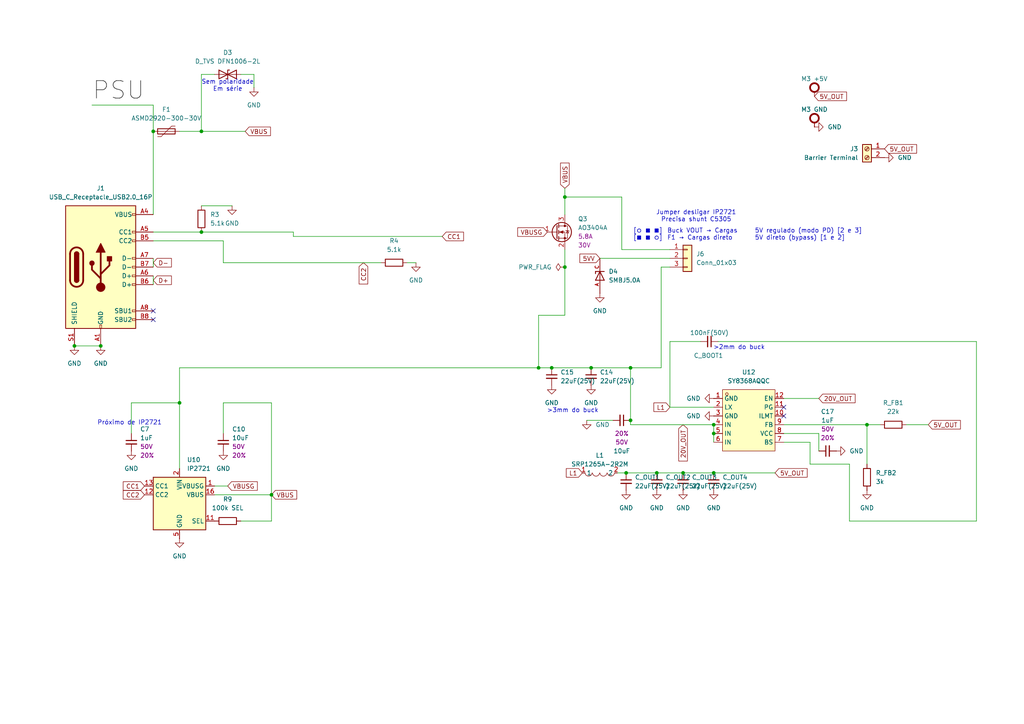
<source format=kicad_sch>
(kicad_sch (version 20250114) (generator "eeschema") (generator_version "9.0")
  (paper "A4")
  (lib_symbols
    (symbol "Connector:USB_C_Receptacle_USB2.0_16P" (pin_names (offset 1.016))
      (property "Reference" "J" (at 0 22.225 0))
      (property "Value" "USB_C_Receptacle_USB2.0_16P" (at 0 19.685 0))
      (symbol "USB_C_Receptacle_USB2.0_16P_0_0"
        (rectangle (start -0.254 -17.78) (end 0.254 -16.764))
        (rectangle (start 10.16 15.494) (end 9.144 14.986))
        (rectangle (start 10.16 10.414) (end 9.144 9.906))
        (rectangle (start 10.16 7.874) (end 9.144 7.366))
        (rectangle (start 10.16 2.794) (end 9.144 2.286))
        (rectangle (start 10.16 0.254) (end 9.144 -0.254))
        (rectangle (start 10.16 -2.286) (end 9.144 -2.794))
        (rectangle (start 10.16 -4.826) (end 9.144 -5.334))
        (rectangle (start 10.16 -12.446) (end 9.144 -12.954))
        (rectangle (start 10.16 -14.986) (end 9.144 -15.494))
      )
      (symbol "USB_C_Receptacle_USB2.0_16P_0_1"
        (rectangle (start -10.16 17.78) (end 10.16 -17.78) (stroke (width 0.254)) (fill (type background)))
        (polyline (pts (xy -8.89 -3.81) (xy -8.89 3.81)) (stroke (width 0.508)))
        (rectangle (start -7.62 -3.81) (end -6.35 3.81) (stroke (width 0.254)) (fill (type outline)))
        (arc (start -7.62 3.81) (mid -6.985 4.4423) (end -6.35 3.81) (stroke (width 0.254)))
        (arc (start -7.62 3.81) (mid -6.985 4.4423) (end -6.35 3.81) (stroke (width 0.254)) (fill (type outline)))
        (arc (start -8.89 3.81) (mid -6.985 5.7067) (end -5.08 3.81) (stroke (width 0.508)))
        (arc (start -5.08 -3.81) (mid -6.985 -5.7067) (end -8.89 -3.81) (stroke (width 0.508)))
        (arc (start -6.35 -3.81) (mid -6.985 -4.4423) (end -7.62 -3.81) (stroke (width 0.254)))
        (arc (start -6.35 -3.81) (mid -6.985 -4.4423) (end -7.62 -3.81) (stroke (width 0.254)) (fill (type outline)))
        (polyline (pts (xy -5.08 3.81) (xy -5.08 -3.81)) (stroke (width 0.508)))
        (circle (center -2.54 1.143) (radius 0.635) (stroke (width 0.254)) (fill (type outline)))
        (polyline (pts (xy -1.27 4.318) (xy 0 6.858) (xy 1.27 4.318) (xy -1.27 4.318)) (stroke (width 0.254)) (fill (type outline)))
        (polyline (pts (xy 0 -2.032) (xy 2.54 0.508) (xy 2.54 1.778)) (stroke (width 0.508)))
        (polyline (pts (xy 0 -3.302) (xy -2.54 -0.762) (xy -2.54 0.508)) (stroke (width 0.508)))
        (polyline (pts (xy 0 -5.842) (xy 0 4.318)) (stroke (width 0.508)))
        (circle (center 0 -5.842) (radius 1.27) (fill (type outline)))
        (rectangle (start 1.905 1.778) (end 3.175 3.048) (stroke (width 0.254)) (fill (type outline)))
      )
      (symbol "USB_C_Receptacle_USB2.0_16P_1_1"
        (pin passive line (at -7.62 -22.86 90) (length 5.08) (name "SHIELD") (number "S1"))
        (pin passive line (at 0 -22.86 90) (length 5.08) (name "GND") (number "A1"))
        (pin passive line (at 0 -22.86 90) (length 5.08) (hide yes) (name "GND") (number "A12"))
        (pin passive line (at 0 -22.86 90) (length 5.08) (hide yes) (name "GND") (number "B1"))
        (pin passive line (at 0 -22.86 90) (length 5.08) (hide yes) (name "GND") (number "B12"))
        (pin passive line (at 15.24 15.24 180) (length 5.08) (name "VBUS") (number "A4"))
        (pin passive line (at 15.24 15.24 180) (length 5.08) (hide yes) (name "VBUS") (number "A9"))
        (pin passive line (at 15.24 15.24 180) (length 5.08) (hide yes) (name "VBUS") (number "B4"))
        (pin passive line (at 15.24 15.24 180) (length 5.08) (hide yes) (name "VBUS") (number "B9"))
        (pin bidirectional line (at 15.24 10.16 180) (length 5.08) (name "CC1") (number "A5"))
        (pin bidirectional line (at 15.24 7.62 180) (length 5.08) (name "CC2") (number "B5"))
        (pin bidirectional line (at 15.24 2.54 180) (length 5.08) (name "D-") (number "A7"))
        (pin bidirectional line (at 15.24 0 180) (length 5.08) (name "D-") (number "B7"))
        (pin bidirectional line (at 15.24 -2.54 180) (length 5.08) (name "D+") (number "A6"))
        (pin bidirectional line (at 15.24 -5.08 180) (length 5.08) (name "D+") (number "B6"))
        (pin bidirectional line (at 15.24 -12.7 180) (length 5.08) (name "SBU1") (number "A8"))
        (pin bidirectional line (at 15.24 -15.24 180) (length 5.08) (name "SBU2") (number "B8"))
      )
    )
    (symbol "Device:C_Small" (pin_numbers (hide yes)) (pin_names (offset 0.254) (hide yes))
      (property "Reference" "C" (at 0.254 1.778 0))
      (property "Value" "C_Small" (at 0.254 -2.032 0))
      (symbol "C_Small_0_1"
        (polyline (pts (xy -1.524 0.508) (xy 1.524 0.508)) (stroke (width 0.3048)))
        (polyline (pts (xy -1.524 -0.508) (xy 1.524 -0.508)) (stroke (width 0.3302)))
      )
      (symbol "C_Small_1_1"
        (pin passive line (at 0 2.54 270) (length 2.032) (name "~") (number "1"))
        (pin passive line (at 0 -2.54 90) (length 2.032) (name "~") (number "2"))
      )
    )
    (symbol "Device:D_TVS" (pin_numbers (hide yes)) (pin_names (offset 1.016) (hide yes))
      (property "Reference" "D" (at 0 2.54 0))
      (property "Value" "D_TVS" (at 0 -2.54 0))
      (symbol "D_TVS_0_1"
        (polyline (pts (xy -2.54 1.27) (xy -2.54 -1.27) (xy 2.54 1.27) (xy 2.54 -1.27) (xy -2.54 1.27)) (stroke (width 0.254)))
        (polyline (pts (xy 0.508 1.27) (xy 0 1.27) (xy 0 -1.27) (xy -0.508 -1.27)) (stroke (width 0.254)))
        (polyline (pts (xy 1.27 0) (xy -1.27 0)))
      )
      (symbol "D_TVS_1_1"
        (pin passive line (at -3.81 0 0) (length 2.54) (name "A1") (number "1"))
        (pin passive line (at 3.81 0 180) (length 2.54) (name "A2") (number "2"))
      )
    )
    (symbol "Device:Polyfuse" (pin_numbers (hide yes)) (pin_names (offset 0))
      (property "Reference" "F" (at -2.54 0 90))
      (property "Value" "Polyfuse" (at 2.54 0 90))
      (symbol "Polyfuse_0_1"
        (polyline (pts (xy -1.524 2.54) (xy -1.524 1.524) (xy 1.524 -1.524) (xy 1.524 -2.54)))
        (rectangle (start -0.762 2.54) (end 0.762 -2.54) (stroke (width 0.254)))
        (polyline (pts (xy 0 2.54) (xy 0 -2.54)))
      )
      (symbol "Polyfuse_1_1"
        (pin passive line (at 0 3.81 270) (length 1.27) (name "~") (number "1"))
        (pin passive line (at 0 -3.81 90) (length 1.27) (name "~") (number "2"))
      )
    )
    (symbol "Device:R" (pin_numbers (hide yes)) (pin_names (offset 0))
      (property "Reference" "R" (at 2.032 0 90))
      (property "Value" "R" (at 0 0 90))
      (symbol "R_0_1"
        (rectangle (start -1.016 -2.54) (end 1.016 2.54) (stroke (width 0.254)))
      )
      (symbol "R_1_1"
        (pin passive line (at 0 3.81 270) (length 1.27) (name "~") (number "1"))
        (pin passive line (at 0 -3.81 90) (length 1.27) (name "~") (number "2"))
      )
    )
    (symbol "Interface_USB:IP2721"
      (property "Reference" "U" (at 5.08 -10.16 0))
      (property "Value" "IP2721" (at 7.62 -12.7 0))
      (symbol "IP2721_0_1"
        (rectangle (start -7.62 7.62) (end 7.62 -7.62) (stroke (width 0.254)) (fill (type background)))
      )
      (symbol "IP2721_1_1"
        (pin bidirectional line (at -10.16 5.08 0) (length 2.54) (name "CC1") (number "13"))
        (pin bidirectional line (at -10.16 2.54 0) (length 2.54) (name "CC2") (number "12"))
        (pin no_connect line (at -7.62 -2.54 0) (length 2.54) (hide yes) (name "NC") (number "4"))
        (pin no_connect line (at -5.08 7.62 270) (length 2.54) (hide yes) (name "NC") (number "3"))
        (pin no_connect line (at -5.08 -7.62 90) (length 2.54) (hide yes) (name "NC") (number "9"))
        (pin no_connect line (at -2.54 7.62 270) (length 2.54) (hide yes) (name "NC") (number "6"))
        (pin no_connect line (at -2.54 -7.62 90) (length 2.54) (hide yes) (name "NC") (number "10"))
        (pin power_in line (at 0 10.16 270) (length 2.54) (name "VIN") (number "2"))
        (pin power_in line (at 0 -10.16 90) (length 2.54) (name "GND") (number "5"))
        (pin no_connect line (at 2.54 7.62 270) (length 2.54) (hide yes) (name "NC") (number "7"))
        (pin no_connect line (at 2.54 -7.62 90) (length 2.54) (hide yes) (name "NC") (number "14"))
        (pin no_connect line (at 5.08 7.62 270) (length 2.54) (hide yes) (name "NC") (number "8"))
        (pin no_connect line (at 5.08 -7.62 90) (length 2.54) (hide yes) (name "NC") (number "15"))
        (pin output line (at 10.16 5.08 180) (length 2.54) (name "VBUSG") (number "1"))
        (pin input line (at 10.16 2.54 180) (length 2.54) (name "VBUS") (number "16"))
        (pin input line (at 10.16 -5.08 180) (length 2.54) (name "SEL") (number "11"))
      )
    )
    (symbol "PCM_SparkFun-Capacitor:10uF_0603_10V_20%" (pin_numbers (hide yes)) (pin_names (offset 0.254))
      (property "Reference" "C" (at 0.635 2.54 0))
      (property "Value" "10uF" (at 0.635 -2.54 0))
      (property "Voltage" "10V" (at 0 -6.35 0))
      (property "Tolerance" "20%" (at 0 -8.89 0))
      (symbol "10uF_0603_10V_20%_0_1"
        (polyline (pts (xy -1.524 0.508) (xy 1.524 0.508)) (stroke (width 0.3048)))
        (polyline (pts (xy -1.524 -0.508) (xy 1.524 -0.508)) (stroke (width 0.3302)))
      )
      (symbol "10uF_0603_10V_20%_1_1"
        (pin passive line (at 0 2.54 270) (length 2.032) (name "~") (number "1"))
        (pin passive line (at 0 -2.54 90) (length 2.032) (name "~") (number "2"))
      )
    )
    (symbol "PCM_SparkFun-Connector:Barrier_Terminal_9.5mm-2" (pin_names (offset 1.016) (hide yes))
      (property "Reference" "J" (at 0 3.81 0))
      (property "Value" "Barrier Terminal" (at 0 -3.81 0))
      (symbol "Barrier_Terminal_9.5mm-2_1_1"
        (rectangle (start -1.27 2.54) (end 1.27 -2.54) (stroke (width 0.254)) (fill (type background)))
        (polyline (pts (xy -0.5334 1.6002) (xy 0.3302 0.762)) (stroke (width 0.1524)))
        (polyline (pts (xy -0.5334 -0.9398) (xy 0.3302 -1.778)) (stroke (width 0.1524)))
        (polyline (pts (xy -0.3556 1.778) (xy 0.508 0.9398)) (stroke (width 0.1524)))
        (polyline (pts (xy -0.3556 -0.762) (xy 0.508 -1.6002)) (stroke (width 0.1524)))
        (circle (center 0 1.27) (radius 0.635) (stroke (width 0.1524)))
        (circle (center 0 -1.27) (radius 0.635) (stroke (width 0.1524)))
        (pin passive line (at -5.08 1.27 0) (length 3.81) (name "Pin_1") (number "1"))
        (pin passive line (at -5.08 -1.27 0) (length 3.81) (name "Pin_2") (number "2"))
      )
    )
    (symbol "PCM_SparkFun-Connector:Conn_01x03_P2.54mm" (pin_names (offset 1.016) (hide yes))
      (property "Reference" "J" (at 0 5.08 0))
      (property "Value" "Conn_01x03" (at 0 -5.08 0))
      (symbol "Conn_01x03_P2.54mm_1_1"
        (rectangle (start -1.27 3.81) (end 1.27 -3.81) (stroke (width 0.254)) (fill (type background)))
        (rectangle (start -1.27 2.667) (end 0 2.413) (stroke (width 0.1524)))
        (rectangle (start -1.27 0.127) (end 0 -0.127) (stroke (width 0.1524)))
        (rectangle (start -1.27 -2.413) (end 0 -2.667) (stroke (width 0.1524)))
        (pin passive line (at -5.08 2.54 0) (length 3.81) (name "Pin_1") (number "1"))
        (pin passive line (at -5.08 0 0) (length 3.81) (name "Pin_2") (number "2"))
        (pin passive line (at -5.08 -2.54 0) (length 3.81) (name "Pin_3") (number "3"))
      )
    )
    (symbol "PCM_SparkFun-DiscreteSemi:Q_NMOS_5.8A_30V" (pin_names (offset 0) (hide yes))
      (property "Reference" "Q" (at 5.08 1.27 0))
      (property "Value" "AO3404A" (at 5.08 -1.27 0))
      (property "IMax" "5.8A" (at 7.62 -3.81 0))
      (property "VMax" "30V" (at 7.62 -6.35 0))
      (symbol "Q_NMOS_5.8A_30V_0_1"
        (polyline (pts (xy 0.254 1.905) (xy 0.254 -1.905)) (stroke (width 0.254)))
        (polyline (pts (xy 0.254 0) (xy -2.54 0)))
        (polyline (pts (xy 0.762 2.286) (xy 0.762 1.27)) (stroke (width 0.254)))
        (polyline (pts (xy 0.762 0.508) (xy 0.762 -0.508)) (stroke (width 0.254)))
        (polyline (pts (xy 0.762 -1.27) (xy 0.762 -2.286)) (stroke (width 0.254)))
        (polyline (pts (xy 0.762 -1.778) (xy 3.302 -1.778) (xy 3.302 1.778) (xy 0.762 1.778)))
        (polyline (pts (xy 1.016 0) (xy 2.032 0.381) (xy 2.032 -0.381) (xy 1.016 0)) (fill (type outline)))
        (circle (center 1.651 0) (radius 2.794) (stroke (width 0.254)))
        (polyline (pts (xy 2.54 2.54) (xy 2.54 1.778)))
        (circle (center 2.54 1.778) (radius 0.254) (fill (type outline)))
        (circle (center 2.54 -1.778) (radius 0.254) (fill (type outline)))
        (polyline (pts (xy 2.54 -2.54) (xy 2.54 0) (xy 0.762 0)))
        (polyline (pts (xy 2.794 0.508) (xy 2.921 0.381) (xy 3.683 0.381) (xy 3.81 0.254)))
        (polyline (pts (xy 3.302 0.381) (xy 2.921 -0.254) (xy 3.683 -0.254) (xy 3.302 0.381)))
      )
      (symbol "Q_NMOS_5.8A_30V_1_1"
        (pin input line (at -2.54 0 0) (length 0) (name "G") (number "1"))
        (pin passive line (at 2.54 5.08 270) (length 2.54) (name "D") (number "3"))
        (pin passive line (at 2.54 -5.08 90) (length 2.54) (name "S") (number "2"))
      )
    )
    (symbol "PCM_SparkFun-Hardware:Standoff_Connected" (pin_numbers (hide yes)) (pin_names (hide yes))
      (symbol "Standoff_Connected_1_1"
        (circle (center 0 0) (radius 1.27) (stroke (width 0.508)))
        (pin passive line (at 0 -2.54 90) (length 1.27) (name "1") (number "1"))
      )
    )
    (symbol "SMBJ5.0A:SMBJ5.0A" (pin_names (offset 1.016))
      (property "Reference" "D" (at -5.0835 2.4159 0))
      (property "Value" "SMBJ5.0A" (at -5.0854 -4.9611 0))
      (symbol "SMBJ5.0A_0_0"
        (polyline (pts (xy -1.27 0) (xy -1.27 1.27)) (stroke (width 0.254)))
        (polyline (pts (xy -1.27 0) (xy 1.27 -1.27)) (stroke (width 0.254)))
        (polyline (pts (xy -1.27 -1.27) (xy -1.27 0)) (stroke (width 0.254)))
        (polyline (pts (xy -0.635 -1.27) (xy -1.27 -1.27)) (stroke (width 0.254)))
        (polyline (pts (xy 1.27 1.27) (xy -1.27 0)) (stroke (width 0.254)))
        (polyline (pts (xy 1.27 -1.27) (xy 1.27 1.27)) (stroke (width 0.254)))
        (pin passive line (at -5.08 0 0) (length 5.08) (name "~") (number "C"))
        (pin passive line (at 5.08 0 180) (length 5.08) (name "~") (number "A"))
      )
    )
    (symbol "easyeda2kicad:SRP1265A-2R2M"
      (property "Reference" "L" (at 0 5.08 0))
      (property "Value" "SRP1265A-2R2M" (at 0 -5.08 0))
      (symbol "SRP1265A-2R2M_0_1"
        (arc (start -2.27 -0.02) (mid -3.28 -0.9427) (end -4.29 -0.02))
        (arc (start -0.11 -0.02) (mid -1.12 -0.9471) (end -2.13 -0.02))
        (arc (start 2.04 -0.02) (mid 1.03 -0.9471) (end 0.02 -0.02))
        (arc (start 4.23 -0.02) (mid 3.22 -0.9471) (end 2.21 -0.02))
        (pin unspecified line (at -5.08 0 0) (length 0.762) (name "1") (number "1"))
        (pin unspecified line (at 5.08 0 180) (length 0.762) (name "2") (number "2"))
      )
    )
    (symbol "easyeda2kicad:SY8368AQQC"
      (property "Reference" "U" (at 0 11.43 0))
      (property "Value" "SY8368AQQC" (at 0 -11.43 0))
      (symbol "SY8368AQQC_0_1"
        (rectangle (start -7.62 8.89) (end 7.62 -8.89) (fill (type background)))
        (circle (center -6.35 7.62) (radius 0.38))
        (pin unspecified line (at -10.16 6.35 0) (length 2.54) (name "GND") (number "1"))
        (pin unspecified line (at -10.16 3.81 0) (length 2.54) (name "LX") (number "2"))
        (pin unspecified line (at -10.16 1.27 0) (length 2.54) (name "GND") (number "3"))
        (pin unspecified line (at -10.16 -1.27 0) (length 2.54) (name "IN") (number "4"))
        (pin unspecified line (at -10.16 -3.81 0) (length 2.54) (name "IN") (number "5"))
        (pin unspecified line (at -10.16 -6.35 0) (length 2.54) (name "IN") (number "6"))
        (pin unspecified line (at 10.16 6.35 180) (length 2.54) (name "EN") (number "12"))
        (pin unspecified line (at 10.16 3.81 180) (length 2.54) (name "PG") (number "11"))
        (pin unspecified line (at 10.16 1.27 180) (length 2.54) (name "ILMT") (number "10"))
        (pin unspecified line (at 10.16 -1.27 180) (length 2.54) (name "FB") (number "9"))
        (pin unspecified line (at 10.16 -3.81 180) (length 2.54) (name "VCC") (number "8"))
        (pin unspecified line (at 10.16 -6.35 180) (length 2.54) (name "BS") (number "7"))
      )
    )
    (symbol "power:GND" (power) (pin_numbers (hide yes)) (pin_names (offset 0) (hide yes))
      (property "Value" "GND" (at 0 -3.81 0))
      (symbol "GND_0_1"
        (polyline (pts (xy 0 0) (xy 0 -1.27) (xy 1.27 -1.27) (xy 0 -2.54) (xy -1.27 -1.27) (xy 0 -1.27)))
      )
      (symbol "GND_1_1"
        (pin power_in line (at 0 0 270) (length 0) (name "~") (number "1"))
      )
    )
    (symbol "power:PWR_FLAG" (power) (pin_numbers (hide yes)) (pin_names (offset 0) (hide yes))
      (property "Value" "PWR_FLAG" (at 0 3.81 0))
      (symbol "PWR_FLAG_0_0"
        (pin power_out line (at 0 0 90) (length 0) (name "~") (number "1"))
      )
      (symbol "PWR_FLAG_0_1"
        (polyline (pts (xy 0 0) (xy 0 1.27) (xy -1.016 1.905) (xy 0 2.54) (xy 1.016 1.905) (xy 0 1.27)))
      )
    )
  )
  (text "Próximo de IP2721" (at 37.592 122.682 0) (effects (font (size 1.27 1.27))))
  (text "Jumper desligar IP2721\nPrecisa shunt C5305" (at 201.93 62.738 0) (effects (font (size 1.27 1.27))))
  (text ">2mm do buck" (at 214.376 100.838 0) (effects (font (size 1.27 1.27))))
  (text "Sem polaridade\nEm série" (at 66.04 24.892 0) (effects (font (size 1.27 1.27))))
  (text ">3mm do buck" (at 166.116 119.126 0) (effects (font (size 1.27 1.27))))
  (text "[○ ■ ■]	Buck VOUT → Cargas	5V regulado (modo PD) [2 e 3]\n[■ ■ ○]	F1 → Cargas direto	5V direto (bypass) [1 e 2]" (at 183.642 66.294 0) (effects (font (size 1.27 1.27)) (justify left top)))
  (junction (at 207.01 123.19))
  (junction (at 58.42 67.31))
  (junction (at 156.21 106.68))
  (junction (at 29.21 100.33))
  (junction (at 58.42 38.1))
  (junction (at 21.59 100.33))
  (junction (at 207.01 137.16))
  (junction (at 207.01 125.73))
  (junction (at 182.88 106.68))
  (junction (at 182.88 121.92))
  (junction (at 171.45 106.68))
  (junction (at 163.83 77.47))
  (junction (at 190.5 137.16))
  (junction (at 160.02 106.68))
  (junction (at 181.61 137.16))
  (junction (at 251.46 123.19))
  (junction (at 198.12 137.16))
  (junction (at 78.74 143.51))
  (junction (at 163.83 57.15))
  (junction (at 44.45 38.1))
  (junction (at 52.07 116.84))
  (no_connect (at 227.33 120.65))
  (no_connect (at 227.33 118.11))
  (no_connect (at 44.45 90.17))
  (no_connect (at 44.45 92.71))
  (wire (pts (xy 180.34 72.39) (xy 180.34 57.15)))
  (wire (pts (xy 69.85 21.59) (xy 73.66 21.59)))
  (wire (pts (xy 203.2 99.06) (xy 194.31 99.06)))
  (wire (pts (xy 52.07 135.89) (xy 52.07 116.84)))
  (wire (pts (xy 283.21 151.13) (xy 283.21 99.06)))
  (wire (pts (xy 182.88 106.68) (xy 191.77 106.68)))
  (wire (pts (xy 58.42 38.1) (xy 58.42 21.59)))
  (wire (pts (xy 269.24 123.19) (xy 262.89 123.19)))
  (wire (pts (xy 62.23 143.51) (xy 78.74 143.51)))
  (wire (pts (xy 234.95 134.62) (xy 234.95 128.27)))
  (wire (pts (xy 52.07 106.68) (xy 156.21 106.68)))
  (wire (pts (xy 207.01 137.16) (xy 198.12 137.16)))
  (wire (pts (xy 58.42 38.1) (xy 71.12 38.1)))
  (wire (pts (xy 191.77 77.47) (xy 194.31 77.47)))
  (wire (pts (xy 44.45 74.93) (xy 44.45 77.47)))
  (wire (pts (xy 21.59 100.33) (xy 29.21 100.33)))
  (wire (pts (xy 246.38 134.62) (xy 234.95 134.62)))
  (wire (pts (xy 237.49 115.57) (xy 227.33 115.57)))
  (wire (pts (xy 163.83 72.39) (xy 163.83 77.47)))
  (wire (pts (xy 208.28 99.06) (xy 283.21 99.06)))
  (wire (pts (xy 246.38 151.13) (xy 246.38 134.62)))
  (wire (pts (xy 160.02 106.68) (xy 171.45 106.68)))
  (wire (pts (xy 163.83 57.15) (xy 163.83 62.23)))
  (wire (pts (xy 180.34 57.15) (xy 163.83 57.15)))
  (wire (pts (xy 78.74 143.51) (xy 78.74 151.13)))
  (wire (pts (xy 78.74 143.51) (xy 78.74 116.84)))
  (wire (pts (xy 38.1 116.84) (xy 38.1 125.73)))
  (wire (pts (xy 163.83 54.61) (xy 163.83 57.15)))
  (wire (pts (xy 207.01 123.19) (xy 207.01 125.73)))
  (wire (pts (xy 85.09 68.58) (xy 128.27 68.58)))
  (wire (pts (xy 44.45 38.1) (xy 44.45 62.23)))
  (wire (pts (xy 58.42 67.31) (xy 44.45 67.31)))
  (wire (pts (xy 66.04 140.97) (xy 62.23 140.97)))
  (wire (pts (xy 227.33 123.19) (xy 251.46 123.19)))
  (wire (pts (xy 163.83 91.44) (xy 156.21 91.44)))
  (wire (pts (xy 156.21 106.68) (xy 160.02 106.68)))
  (wire (pts (xy 85.09 67.31) (xy 85.09 68.58)))
  (wire (pts (xy 52.07 116.84) (xy 38.1 116.84)))
  (wire (pts (xy 171.45 106.68) (xy 182.88 106.68)))
  (wire (pts (xy 237.49 130.81) (xy 237.49 125.73)))
  (wire (pts (xy 194.31 99.06) (xy 194.31 118.11)))
  (wire (pts (xy 173.99 74.93) (xy 194.31 74.93)))
  (wire (pts (xy 190.5 137.16) (xy 181.61 137.16)))
  (wire (pts (xy 44.45 80.01) (xy 44.45 82.55)))
  (wire (pts (xy 191.77 77.47) (xy 191.77 106.68)))
  (wire (pts (xy 251.46 123.19) (xy 251.46 134.62)))
  (wire (pts (xy 163.83 77.47) (xy 163.83 91.44)))
  (wire (pts (xy 194.31 118.11) (xy 207.01 118.11)))
  (wire (pts (xy 44.45 30.48) (xy 44.45 38.1)))
  (wire (pts (xy 237.49 125.73) (xy 227.33 125.73)))
  (wire (pts (xy 26.67 30.48) (xy 44.45 30.48)))
  (wire (pts (xy 52.07 38.1) (xy 58.42 38.1)))
  (wire (pts (xy 85.09 67.31) (xy 58.42 67.31)))
  (wire (pts (xy 207.01 125.73) (xy 207.01 128.27)))
  (wire (pts (xy 64.77 69.85) (xy 64.77 76.2)))
  (wire (pts (xy 182.88 123.19) (xy 207.01 123.19)))
  (wire (pts (xy 224.79 137.16) (xy 207.01 137.16)))
  (wire (pts (xy 64.77 76.2) (xy 110.49 76.2)))
  (wire (pts (xy 194.31 72.39) (xy 180.34 72.39)))
  (wire (pts (xy 170.18 121.92) (xy 177.8 121.92)))
  (wire (pts (xy 52.07 106.68) (xy 52.07 116.84)))
  (wire (pts (xy 182.88 121.92) (xy 182.88 123.19)))
  (wire (pts (xy 44.45 69.85) (xy 64.77 69.85)))
  (wire (pts (xy 246.38 151.13) (xy 283.21 151.13)))
  (wire (pts (xy 64.77 116.84) (xy 64.77 125.73)))
  (wire (pts (xy 255.27 123.19) (xy 251.46 123.19)))
  (wire (pts (xy 198.12 137.16) (xy 190.5 137.16)))
  (wire (pts (xy 181.61 137.16) (xy 179.07 137.16)))
  (wire (pts (xy 58.42 21.59) (xy 62.23 21.59)))
  (wire (pts (xy 64.77 116.84) (xy 78.74 116.84)))
  (wire (pts (xy 73.66 21.59) (xy 73.66 25.4)))
  (wire (pts (xy 69.85 151.13) (xy 78.74 151.13)))
  (wire (pts (xy 156.21 91.44) (xy 156.21 106.68)))
  (wire (pts (xy 120.65 76.2) (xy 118.11 76.2)))
  (wire (pts (xy 58.42 59.69) (xy 67.31 59.69)))
  (wire (pts (xy 182.88 106.68) (xy 182.88 121.92)))
  (wire (pts (xy 234.95 128.27) (xy 227.33 128.27)))
  (label "PSU" (at 26.67 30.48 0) (effects (font (size 5.08 5.08))))
  (global_label "CC1" (shape input) (at 128.27 68.58 0) (property "Intersheetrefs" "${INTERSHEET_REFS}" (effects (hide yes))))
  (global_label "5V_OUT" (shape input) (at 269.24 123.19 0) (property "Intersheetrefs" "${INTERSHEET_REFS}" (effects (hide yes))))
  (global_label "VBUS" (shape input) (at 78.74 143.51 0) (property "Intersheetrefs" "${INTERSHEET_REFS}" (effects (hide yes))))
  (global_label "5VV" (shape input) (at 173.99 74.93 180) (property "Intersheetrefs" "${INTERSHEET_REFS}" (effects (hide yes))))
  (global_label "VBUS" (shape input) (at 71.12 38.1 0) (property "Intersheetrefs" "${INTERSHEET_REFS}" (effects (hide yes))))
  (global_label "L1" (shape input) (at 194.31 118.11 180) (property "Intersheetrefs" "${INTERSHEET_REFS}" (effects (hide yes))))
  (global_label "20V_OUT" (shape input) (at 198.12 123.19 270) (property "Intersheetrefs" "${INTERSHEET_REFS}" (effects (hide yes))))
  (global_label "D+" (shape input) (at 44.45 81.28 0) (property "Intersheetrefs" "${INTERSHEET_REFS}" (effects (hide yes))))
  (global_label "5V_OUT" (shape input) (at 236.22 27.94 0) (property "Intersheetrefs" "${INTERSHEET_REFS}" (effects (hide yes))))
  (global_label "VBUSG" (shape input) (at 66.04 140.97 0) (property "Intersheetrefs" "${INTERSHEET_REFS}" (effects (hide yes))))
  (global_label "VBUS" (shape input) (at 163.83 54.61 90) (property "Intersheetrefs" "${INTERSHEET_REFS}" (effects (hide yes))))
  (global_label "VBUSG" (shape input) (at 158.75 67.31 180) (property "Intersheetrefs" "${INTERSHEET_REFS}" (effects (hide yes))))
  (global_label "D-" (shape input) (at 44.45 76.2 0) (property "Intersheetrefs" "${INTERSHEET_REFS}" (effects (hide yes))))
  (global_label "CC1" (shape input) (at 41.91 140.97 180) (property "Intersheetrefs" "${INTERSHEET_REFS}" (effects (hide yes))))
  (global_label "5V_OUT" (shape input) (at 224.79 137.16 0) (property "Intersheetrefs" "${INTERSHEET_REFS}" (effects (hide yes))))
  (global_label "20V_OUT" (shape input) (at 237.49 115.57 0) (property "Intersheetrefs" "${INTERSHEET_REFS}" (effects (hide yes))))
  (global_label "CC2" (shape input) (at 105.41 76.2 270) (property "Intersheetrefs" "${INTERSHEET_REFS}" (effects (hide yes))))
  (global_label "5V_OUT" (shape input) (at 256.54 43.18 0) (property "Intersheetrefs" "${INTERSHEET_REFS}" (effects (hide yes))))
  (global_label "L1" (shape input) (at 168.91 137.16 180) (property "Intersheetrefs" "${INTERSHEET_REFS}" (effects (hide yes))))
  (global_label "CC2" (shape input) (at 41.91 143.51 180) (property "Intersheetrefs" "${INTERSHEET_REFS}" (effects (hide yes))))
  (symbol (lib_id "easyeda2kicad:SRP1265A-2R2M") (at 173.99 137.16 0) (unit 1)
    (property "Reference" "L1" (at 173.99 132.08 0))
    (property "Value" "SRP1265A-2R2M" (at 173.99 134.62 0))
    (property "Footprint" "easyeda2kicad:IND-SMD_L13.5-W12.5" (effects (hide yes)))
    (property "LCSC Part" "C2831487" (effects (hide yes)))
  )
  (symbol (lib_id "power:GND") (at 52.07 156.21 0) (unit 1)
    (property "Reference" "#PWR022" (effects (hide yes)))
    (property "Value" "GND" (at 52.07 161.29 0))
    (property "Description" "Power symbol creates a global label with name \"GND\" , ground" (effects (hide yes)))
  )
  (symbol (lib_id "PCM_SparkFun-Hardware:Standoff_Connected") (at 236.22 25.4 0) (unit 1)
    (property "Reference" "ST1" (effects (hide yes)))
    (property "Value" "M3 +5V" (at 236.22 22.86 0))
    (property "Footprint" "Mounting_Wuerth:Mounting_Wuerth_WA-SMSI-M3_H3mm_9774030360" (effects (hide yes)))
    (property "Description" "Drill holes for mechanically mounting via screws, standoffs, etc." (effects (hide yes)))
  )
  (symbol (lib_id "Device:R") (at 66.04 151.13 90) (unit 1)
    (property "Reference" "R9" (at 66.04 144.78 90))
    (property "Value" "100k SEL" (at 66.04 147.32 90))
    (property "Description" "Resistor" (effects (hide yes)))
  )
  (symbol (lib_id "Device:C_Small") (at 190.5 139.7 0) (unit 1)
    (property "Reference" "C_OUT2" (at 193.04 138.4362 0) (effects (justify left)))
    (property "Value" "22uF(25V)" (at 193.04 140.9762 0) (effects (justify left)))
    (property "Footprint" "Capacitor_SMD:C_1210_3225Metric" (effects (hide yes)))
    (property "Description" "Unpolarized capacitor, small symbol" (effects (hide yes)))
    (property "LCSC" "C52306" (effects (hide yes)))
    (property "BASIC" "x" (effects (hide yes)))
  )
  (symbol (lib_id "PCM_SparkFun-Capacitor:10uF_0603_10V_20%") (at 180.34 121.92 270) (unit 1)
    (property "Reference" "C16" (effects (hide yes)))
    (property "Value" "10uF" (at 180.3337 130.81 90))
    (property "Footprint" "Capacitor_SMD:C_1206_3216Metric" (effects (hide yes)))
    (property "Datasheet" "https://cdn.sparkfun.com/assets/8/a/4/a/5/Kemet_Capacitor_Datasheet.pdf" (effects (hide yes)))
    (property "Description" "Unpolarized capacitor" (effects (hide yes)))
    (property "PROD_ID" "CAP-20155" (effects (hide yes)))
    (property "Voltage" "50V" (at 180.3337 128.27 90))
    (property "Tolerance" "20%" (at 180.3337 125.73 90))
    (property "LCSC" "C13585" (effects (hide yes)))
    (property "BASIC" "x" (effects (hide yes)))
  )
  (symbol (lib_id "Device:C_Small") (at 207.01 139.7 0) (unit 1)
    (property "Reference" "C_OUT4" (at 209.55 138.4362 0) (effects (justify left)))
    (property "Value" "22uF(25V)" (at 209.55 140.9762 0) (effects (justify left)))
    (property "Footprint" "Capacitor_SMD:C_1210_3225Metric" (effects (hide yes)))
    (property "Description" "Unpolarized capacitor, small symbol" (effects (hide yes)))
    (property "LCSC" "C52306" (effects (hide yes)))
    (property "BASIC" "x" (effects (hide yes)))
  )
  (symbol (lib_id "PCM_SparkFun-Connector:Conn_01x03_P2.54mm") (at 199.39 74.93 0) (unit 1)
    (property "Reference" "J6" (at 201.93 73.6599 0) (effects (justify left)))
    (property "Value" "Conn_01x03" (at 201.93 76.1999 0) (effects (justify left)))
    (property "Footprint" "Connector_PinHeader_2.54mm:PinHeader_1x03_P2.54mm_Vertical" (effects (hide yes)))
    (property "Description" "Basic 0.1\" PTH" (effects (hide yes)))
  )
  (symbol (lib_id "Device:R") (at 259.08 123.19 270) (unit 1)
    (property "Reference" "R_FB1" (at 259.08 116.84 90))
    (property "Value" "22k" (at 259.08 119.38 90))
    (property "Footprint" "Resistor_SMD:R_0603_1608Metric" (effects (hide yes)))
    (property "Description" "Resistor" (effects (hide yes)))
    (property "LCSC" "C31850" (effects (hide yes)))
  )
  (symbol (lib_id "power:PWR_FLAG") (at 163.83 77.47 90) (unit 1)
    (property "Reference" "#FLG01" (effects (hide yes)))
    (property "Value" "PWR_FLAG" (at 160.02 77.4699 90) (effects (justify left)))
    (property "Description" "Special symbol for telling ERC where power comes from" (effects (hide yes)))
  )
  (symbol (lib_id "power:GND") (at 170.18 121.92 0) (unit 1)
    (property "Reference" "#PWR039" (effects (hide yes)))
    (property "Value" "GND" (at 172.72 123.1899 0) (effects (justify left)))
    (property "Description" "Power symbol creates a global label with name \"GND\" , ground" (effects (hide yes)))
  )
  (symbol (lib_id "power:GND") (at 242.57 130.81 90) (unit 1)
    (property "Reference" "#PWR047" (effects (hide yes)))
    (property "Value" "GND" (at 246.38 130.8099 90) (effects (justify right)))
    (property "Description" "Power symbol creates a global label with name \"GND\" , ground" (effects (hide yes)))
  )
  (symbol (lib_id "Device:D_TVS") (at 66.04 21.59 0) (unit 1)
    (property "Reference" "D3" (at 66.04 15.24 0))
    (property "Value" "D_TVS DFN1006-2L" (at 66.04 17.78 0))
    (property "Footprint" "Diode_SMD:D_SOD-123" (effects (hide yes)))
    (property "Description" "Bidirectional transient-voltage-suppression diode" (effects (hide yes)))
    (property "LCSC" "C20615788" (effects (hide yes)))
    (property "BASIC" "x" (effects (hide yes)))
  )
  (symbol (lib_id "power:GND") (at 120.65 76.2 0) (unit 1)
    (property "Reference" "#PWR040" (effects (hide yes)))
    (property "Value" "GND" (at 120.65 81.28 0))
    (property "Description" "Power symbol creates a global label with name \"GND\" , ground" (effects (hide yes)))
  )
  (symbol (lib_id "power:GND") (at 21.59 100.33 0) (unit 1)
    (property "Reference" "#PWR020" (effects (hide yes)))
    (property "Value" "GND" (at 21.59 105.41 0))
    (property "Description" "Power symbol creates a global label with name \"GND\" , ground" (effects (hide yes)))
  )
  (symbol (lib_id "Device:C_Small") (at 198.12 139.7 0) (unit 1)
    (property "Reference" "C_OUT3" (at 200.66 138.4362 0) (effects (justify left)))
    (property "Value" "22uF(25V)" (at 200.66 140.9762 0) (effects (justify left)))
    (property "Footprint" "Capacitor_SMD:C_1210_3225Metric" (effects (hide yes)))
    (property "Description" "Unpolarized capacitor, small symbol" (effects (hide yes)))
    (property "LCSC" "C52306" (effects (hide yes)))
    (property "BASIC" "x" (effects (hide yes)))
  )
  (symbol (lib_id "power:GND") (at 38.1 130.81 0) (unit 1)
    (property "Reference" "#PWR017" (effects (hide yes)))
    (property "Value" "GND" (at 38.1 135.89 0))
    (property "Description" "Power symbol creates a global label with name \"GND\" , ground" (effects (hide yes)))
  )
  (symbol (lib_id "PCM_SparkFun-DiscreteSemi:Q_NMOS_5.8A_30V") (at 161.29 67.31 0) (unit 1)
    (property "Reference" "Q3" (at 167.64 63.4999 0) (effects (justify left)))
    (property "Value" "AO3404A" (at 167.64 66.0399 0) (effects (justify left)))
    (property "Footprint" "Package_TO_SOT_SMD:SOT-23" (effects (hide yes)))
    (property "Datasheet" "https://mm.digikey.com/Volume0/opasdata/d220001/medias/docus/4850/DS_785_AO3404A.pdf" (effects (hide yes)))
    (property "Description" "N-MOSFET transistor, drain/gate/source" (effects (hide yes)))
    (property "PROD_ID" "TRANS-12988" (effects (hide yes)))
    (property "IMax" "5.8A" (at 167.64 68.5799 0) (effects (justify left)))
    (property "VMax" "30V" (at 167.64 71.1199 0) (effects (justify left)))
  )
  (symbol (lib_id "power:GND") (at 207.01 115.57 270) (unit 1)
    (property "Reference" "#PWR045" (effects (hide yes)))
    (property "Value" "GND" (at 203.2 115.5699 90) (effects (justify right)))
    (property "Description" "Power symbol creates a global label with name \"GND\" , ground" (effects (hide yes)))
  )
  (symbol (lib_id "SMBJ5.0A:SMBJ5.0A") (at 173.99 80.01 270) (unit 1)
    (property "Reference" "D4" (at 176.53 78.7399 90) (effects (justify left)))
    (property "Value" "SMBJ5.0A" (at 176.53 81.2799 90) (effects (justify left)))
    (property "Footprint" "Diode_SMD:D_SMB" (effects (hide yes)))
    (property "MF" "Taiwan Semiconductor" (effects (hide yes)))
    (property "MAXIMUM_PACKAGE_HEIGHT" "2.65 mm" (effects (hide yes)))
    (property "Package" "SMD-2 Taiwan Semiconductor" (effects (hide yes)))
    (property "Price" "None" (effects (hide yes)))
    (property "Check_prices" "https://www.snapeda.com/parts/SMBJ5.0A/taiwan/view-part/?ref=eda" (effects (hide yes)))
    (property "STANDARD" "IPC-7351B" (effects (hide yes)))
    (property "PARTREV" "F2102" (effects (hide yes)))
    (property "SnapEDA_Link" "https://www.snapeda.com/parts/SMBJ5.0A/taiwan/view-part/?ref=snap" (effects (hide yes)))
    (property "MP" "SMBJ5.0A" (effects (hide yes)))
    (property "Purchase-URL" "https://www.snapeda.com/api/url_track_click_mouser/?unipart_id=1860032&manufacturer=Taiwan Semiconductor&part_name=SMBJ5.0A&search_term=smbj5.0a" (effects (hide yes)))
    (property "Description_1" "600W, 5V, Unidirectional, TVS" (effects (hide yes)))
    (property "Availability" "In Stock" (effects (hide yes)))
    (property "MANUFACTURER" "Taiwan Semiconductor" (effects (hide yes)))
    (property "LCSC" "C113620" (effects (hide yes)))
  )
  (symbol (lib_id "power:GND") (at 207.01 120.65 270) (unit 1)
    (property "Reference" "#PWR044" (effects (hide yes)))
    (property "Value" "GND" (at 203.2 120.6499 90) (effects (justify right)))
    (property "Description" "Power symbol creates a global label with name \"GND\" , ground" (effects (hide yes)))
  )
  (symbol (lib_id "Device:Polyfuse") (at 48.26 38.1 90) (unit 1)
    (property "Reference" "F1" (at 48.26 31.75 90))
    (property "Value" "ASMD2920-300-30V" (at 48.26 34.29 90))
    (property "Footprint" "Fuse:Fuse_2920_7451Metric" (effects (hide yes)))
    (property "Description" "Resettable fuse, polymeric positive temperature coefficient" (effects (hide yes)))
    (property "LCSC" "C2982291" (effects (hide yes)))
    (property "BASIC" "NA" (effects (hide yes)))
  )
  (symbol (lib_id "power:GND") (at 160.02 111.76 0) (unit 1)
    (property "Reference" "#PWR042" (effects (hide yes)))
    (property "Value" "GND" (at 160.02 116.84 0))
    (property "Description" "Power symbol creates a global label with name \"GND\" , ground" (effects (hide yes)))
  )
  (symbol (lib_id "power:GND") (at 173.99 85.09 0) (unit 1)
    (property "Reference" "#PWR041" (effects (hide yes)))
    (property "Value" "GND" (at 173.99 90.17 0))
    (property "Description" "Power symbol creates a global label with name \"GND\" , ground" (effects (hide yes)))
  )
  (symbol (lib_id "Device:R") (at 114.3 76.2 90) (unit 1)
    (property "Reference" "R4" (at 114.3 69.85 90))
    (property "Value" "5.1k" (at 114.3 72.39 90))
    (property "Footprint" "Resistor_SMD:R_0402_1005Metric" (effects (hide yes)))
    (property "Description" "Resistor" (effects (hide yes)))
    (property "LCSC" "C25905" (effects (hide yes)))
    (property "BASIC" "x" (effects (hide yes)))
  )
  (symbol (lib_id "PCM_SparkFun-Hardware:Standoff_Connected") (at 236.22 34.29 0) (unit 1)
    (property "Reference" "ST2" (effects (hide yes)))
    (property "Value" "M3 GND" (at 236.22 31.75 0))
    (property "Footprint" "Mounting_Wuerth:Mounting_Wuerth_WA-SMSI-M3_H3mm_9774030360" (effects (hide yes)))
    (property "Description" "Drill holes for mechanically mounting via screws, standoffs, etc." (effects (hide yes)))
  )
  (symbol (lib_id "Device:R") (at 251.46 138.43 0) (unit 1)
    (property "Reference" "R_FB2" (at 254 137.1599 0) (effects (justify left)))
    (property "Value" "3k" (at 254 139.6999 0) (effects (justify left)))
    (property "Footprint" "Resistor_SMD:R_0603_1608Metric" (effects (hide yes)))
    (property "Description" "Resistor" (effects (hide yes)))
    (property "LCSC" "C4211" (effects (hide yes)))
  )
  (symbol (lib_id "Device:R") (at 58.42 63.5 180) (unit 1)
    (property "Reference" "R3" (at 60.96 62.2299 0) (effects (justify right)))
    (property "Value" "5.1k" (at 60.96 64.7699 0) (effects (justify right)))
    (property "Footprint" "Resistor_SMD:R_0402_1005Metric" (effects (hide yes)))
    (property "Description" "Resistor" (effects (hide yes)))
    (property "LCSC" "C25905" (effects (hide yes)))
    (property "BASIC" "x" (effects (hide yes)))
  )
  (symbol (lib_id "Device:C_Small") (at 205.74 99.06 270) (mirror x) (unit 1)
    (property "Reference" "C_BOOT1" (at 205.486 103.124 90))
    (property "Value" "100nF(50V)" (at 205.74 96.52 90))
    (property "Footprint" "Capacitor_SMD:C_0402_1005Metric" (effects (hide yes)))
    (property "Description" "Unpolarized capacitor, small symbol" (effects (hide yes)))
    (property "LCSC" "C307331" (effects (hide yes)))
    (property "BASIC" "x" (effects (hide yes)))
  )
  (symbol (lib_id "Device:C_Small") (at 171.45 109.22 0) (unit 1)
    (property "Reference" "C14" (at 173.99 107.9562 0) (effects (justify left)))
    (property "Value" "22uF(25V)" (at 173.99 110.4962 0) (effects (justify left)))
    (property "Footprint" "Capacitor_SMD:C_1210_3225Metric" (effects (hide yes)))
    (property "Description" "Unpolarized capacitor, small symbol" (effects (hide yes)))
    (property "LCSC" "C52306" (effects (hide yes)))
    (property "BASIC" "x" (effects (hide yes)))
  )
  (symbol (lib_id "PCM_SparkFun-Capacitor:10uF_0603_10V_20%") (at 64.77 128.27 0) (unit 1)
    (property "Reference" "C10" (at 67.31 124.4662 0) (effects (justify left)))
    (property "Value" "10uF" (at 67.31 127.0062 0) (effects (justify left)))
    (property "Footprint" "Capacitor_SMD:C_1206_3216Metric" (effects (hide yes)))
    (property "Datasheet" "https://cdn.sparkfun.com/assets/8/a/4/a/5/Kemet_Capacitor_Datasheet.pdf" (effects (hide yes)))
    (property "Description" "Unpolarized capacitor" (effects (hide yes)))
    (property "PROD_ID" "CAP-20155" (effects (hide yes)))
    (property "Voltage" "50V" (at 67.31 129.5462 0) (effects (justify left)))
    (property "Tolerance" "20%" (at 67.31 132.0862 0) (effects (justify left)))
    (property "LCSC" "C13585" (effects (hide yes)))
    (property "BASIC" "x" (effects (hide yes)))
  )
  (symbol (lib_id "Connector:USB_C_Receptacle_USB2.0_16P") (at 29.21 77.47 0) (unit 1)
    (property "Reference" "J1" (at 29.21 54.61 0))
    (property "Value" "USB_C_Receptacle_USB2.0_16P" (at 29.21 57.15 0))
    (property "Footprint" "Connector_USB:USB_C_Receptacle_GCT_USB4105-xx-A_16P_TopMnt_Horizontal" (effects (hide yes)))
    (property "Datasheet" "https://www.usb.org/sites/default/files/documents/usb_type-c.zip" (effects (hide yes)))
    (property "Description" "USB 2.0-only 16P Type-C Receptacle connector" (effects (hide yes)))
    (property "LCSC" "C3020560" (effects (hide yes)))
    (property "BASIC" "NA" (effects (hide yes)))
  )
  (symbol (lib_id "power:GND") (at 236.22 36.83 90) (mirror x) (unit 1)
    (property "Reference" "#PWR024" (effects (hide yes)))
    (property "Value" "GND" (at 240.03 36.8299 90) (effects (justify right)))
    (property "Description" "Power symbol creates a global label with name \"GND\" , ground" (effects (hide yes)))
  )
  (symbol (lib_id "power:GND") (at 64.77 130.81 0) (unit 1)
    (property "Reference" "#PWR018" (effects (hide yes)))
    (property "Value" "GND" (at 64.77 135.89 0))
    (property "Description" "Power symbol creates a global label with name \"GND\" , ground" (effects (hide yes)))
  )
  (symbol (lib_id "power:GND") (at 29.21 100.33 0) (unit 1)
    (property "Reference" "#PWR019" (effects (hide yes)))
    (property "Value" "GND" (at 29.21 105.41 0))
    (property "Description" "Power symbol creates a global label with name \"GND\" , ground" (effects (hide yes)))
  )
  (symbol (lib_id "Interface_USB:IP2721") (at 52.07 146.05 0) (unit 1)
    (property "Reference" "U10" (at 54.2133 133.35 0) (effects (justify left)))
    (property "Value" "IP2721" (at 54.2133 135.89 0) (effects (justify left)))
    (property "Footprint" "Package_SO:TSSOP-16_4.4x5mm_P0.65mm" (effects (hide yes)))
    (property "Datasheet" "https://datasheet.lcsc.com/lcsc/2006111335_INJOINIC-IP2721_C603176.pdf" (effects (hide yes)))
    (property "Description" "USB TYPEC  PD Controller Interface, TSSOP-16" (effects (hide yes)))
  )
  (symbol (lib_id "power:GND") (at 207.01 142.24 0) (unit 1)
    (property "Reference" "#PWR050" (effects (hide yes)))
    (property "Value" "GND" (at 207.01 147.32 0))
    (property "Description" "Power symbol creates a global label with name \"GND\" , ground" (effects (hide yes)))
  )
  (symbol (lib_id "power:GND") (at 73.66 25.4 0) (unit 1)
    (property "Reference" "#PWR04" (effects (hide yes)))
    (property "Value" "GND" (at 73.66 30.48 0))
    (property "Description" "Power symbol creates a global label with name \"GND\" , ground" (effects (hide yes)))
  )
  (symbol (lib_id "power:GND") (at 198.12 142.24 0) (unit 1)
    (property "Reference" "#PWR049" (effects (hide yes)))
    (property "Value" "GND" (at 198.12 147.32 0))
    (property "Description" "Power symbol creates a global label with name \"GND\" , ground" (effects (hide yes)))
  )
  (symbol (lib_id "easyeda2kicad:SY8368AQQC") (at 217.17 121.92 0) (unit 1)
    (property "Reference" "U12" (at 217.17 107.95 0))
    (property "Value" "SY8368AQQC" (at 217.17 110.49 0))
    (property "Footprint" "easyeda2kicad:QFN-12_L3.0-W3.0-P0.45-TL-EP" (effects (hide yes)))
    (property "LCSC Part" "C207642" (effects (hide yes)))
  )
  (symbol (lib_id "Device:C_Small") (at 160.02 109.22 0) (unit 1)
    (property "Reference" "C15" (at 162.56 107.9562 0) (effects (justify left)))
    (property "Value" "22uF(25V)" (at 162.56 110.4962 0) (effects (justify left)))
    (property "Footprint" "Capacitor_SMD:C_1210_3225Metric" (effects (hide yes)))
    (property "Description" "Unpolarized capacitor, small symbol" (effects (hide yes)))
    (property "LCSC" "C52306" (effects (hide yes)))
    (property "BASIC" "x" (effects (hide yes)))
  )
  (symbol (lib_id "PCM_SparkFun-Connector:Barrier_Terminal_9.5mm-2") (at 251.46 44.45 0) (mirror y) (unit 1)
    (property "Reference" "J3" (at 248.92 43.1799 0) (effects (justify left)))
    (property "Value" "Barrier Terminal" (at 248.92 45.7199 0) (effects (justify left)))
    (property "Footprint" "TerminalBlock_Phoenix:TerminalBlock_Phoenix_MKDS-3-2-5.08_1x02_P5.08mm_Horizontal" (effects (hide yes)))
    (property "Datasheet" "https://mm.digikey.com/Volume0/opasdata/d220001/medias/docus/2582/YK-441%20Series.pdf" (effects (hide yes)))
    (property "Description" "Barrier Block 2 position 9.5mm" (effects (hide yes)))
    (property "LCSC" "C474881" (effects (hide yes)))
    (property "BASIC" "NA" (effects (hide yes)))
  )
  (symbol (lib_id "power:GND") (at 181.61 142.24 0) (unit 1)
    (property "Reference" "#PWR046" (effects (hide yes)))
    (property "Value" "GND" (at 181.61 147.32 0))
    (property "Description" "Power symbol creates a global label with name \"GND\" , ground" (effects (hide yes)))
  )
  (symbol (lib_id "Device:C_Small") (at 181.61 139.7 0) (unit 1)
    (property "Reference" "C_OUT1" (at 184.15 138.4362 0) (effects (justify left)))
    (property "Value" "22uF(25V)" (at 184.15 140.9762 0) (effects (justify left)))
    (property "Footprint" "Capacitor_SMD:C_1210_3225Metric" (effects (hide yes)))
    (property "Description" "Unpolarized capacitor, small symbol" (effects (hide yes)))
    (property "LCSC" "C52306" (effects (hide yes)))
    (property "BASIC" "x" (effects (hide yes)))
  )
  (symbol (lib_id "PCM_SparkFun-Capacitor:10uF_0603_10V_20%") (at 240.03 130.81 90) (unit 1)
    (property "Reference" "C17" (at 240.0363 119.38 90))
    (property "Value" "1uF" (at 240.0363 121.92 90))
    (property "Footprint" "PCM_SparkFun-Capacitor:C_0603_1608Metric" (effects (hide yes)))
    (property "Datasheet" "https://cdn.sparkfun.com/assets/8/a/4/a/5/Kemet_Capacitor_Datasheet.pdf" (effects (hide yes)))
    (property "Description" "Unpolarized capacitor" (effects (hide yes)))
    (property "PROD_ID" "CAP-20155" (effects (hide yes)))
    (property "Voltage" "50V" (at 240.0363 124.46 90))
    (property "Tolerance" "20%" (at 240.0363 127 90))
    (property "LCSC" "C15849" (effects (hide yes)))
    (property "BASIC" "x" (effects (hide yes)))
  )
  (symbol (lib_id "power:GND") (at 190.5 142.24 0) (unit 1)
    (property "Reference" "#PWR048" (effects (hide yes)))
    (property "Value" "GND" (at 190.5 147.32 0))
    (property "Description" "Power symbol creates a global label with name \"GND\" , ground" (effects (hide yes)))
  )
  (symbol (lib_id "power:GND") (at 67.31 59.69 0) (unit 1)
    (property "Reference" "#PWR038" (effects (hide yes)))
    (property "Value" "GND" (at 67.31 64.77 0))
    (property "Description" "Power symbol creates a global label with name \"GND\" , ground" (effects (hide yes)))
  )
  (symbol (lib_id "power:GND") (at 256.54 45.72 90) (mirror x) (unit 1)
    (property "Reference" "#PWR06" (effects (hide yes)))
    (property "Value" "GND" (at 260.35 45.7199 90) (effects (justify right)))
    (property "Description" "Power symbol creates a global label with name \"GND\" , ground" (effects (hide yes)))
  )
  (symbol (lib_id "PCM_SparkFun-Capacitor:10uF_0603_10V_20%") (at 38.1 128.27 0) (unit 1)
    (property "Reference" "C7" (at 40.64 124.4662 0) (effects (justify left)))
    (property "Value" "1uF" (at 40.64 127.0062 0) (effects (justify left)))
    (property "Footprint" "PCM_SparkFun-Capacitor:C_0603_1608Metric" (effects (hide yes)))
    (property "Datasheet" "https://cdn.sparkfun.com/assets/8/a/4/a/5/Kemet_Capacitor_Datasheet.pdf" (effects (hide yes)))
    (property "Description" "Unpolarized capacitor" (effects (hide yes)))
    (property "PROD_ID" "CAP-20155" (effects (hide yes)))
    (property "Voltage" "50V" (at 40.64 129.5462 0) (effects (justify left)))
    (property "Tolerance" "20%" (at 40.64 132.0862 0) (effects (justify left)))
    (property "LCSC" "C15849" (effects (hide yes)))
    (property "BASIC" "x" (effects (hide yes)))
  )
  (symbol (lib_id "power:GND") (at 251.46 142.24 0) (unit 1)
    (property "Reference" "#PWR051" (effects (hide yes)))
    (property "Value" "GND" (at 251.46 147.32 0))
    (property "Description" "Power symbol creates a global label with name \"GND\" , ground" (effects (hide yes)))
  )
  (symbol (lib_id "power:GND") (at 171.45 111.76 0) (unit 1)
    (property "Reference" "#PWR043" (effects (hide yes)))
    (property "Value" "GND" (at 171.45 116.84 0))
    (property "Description" "Power symbol creates a global label with name \"GND\" , ground" (effects (hide yes)))
  )
)
</source>
